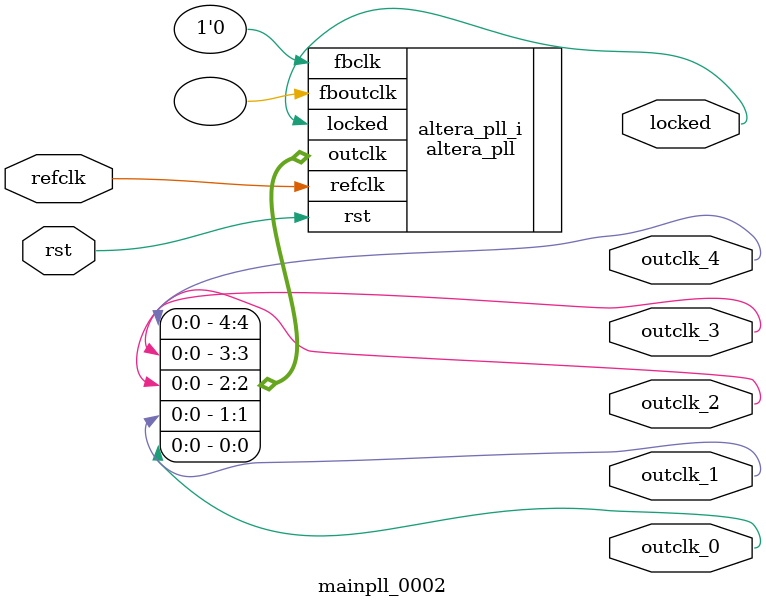
<source format=v>
`timescale 1ns/10ps
module  mainpll_0002(

	// interface 'refclk'
	input wire refclk,

	// interface 'reset'
	input wire rst,

	// interface 'outclk0'
	output wire outclk_0,

	// interface 'outclk1'
	output wire outclk_1,

	// interface 'outclk2'
	output wire outclk_2,

	// interface 'outclk3'
	output wire outclk_3,

	// interface 'outclk4'
	output wire outclk_4,

	// interface 'locked'
	output wire locked
);

	altera_pll #(
		.fractional_vco_multiplier("false"),
		.reference_clock_frequency("50.0 MHz"),
		.operation_mode("direct"),
		.number_of_clocks(5),
		.output_clock_frequency0("100.000000 MHz"),
		.phase_shift0("0 ps"),
		.duty_cycle0(50),
		.output_clock_frequency1("100.000000 MHz"),
		.phase_shift1("5000 ps"),
		.duty_cycle1(50),
		.output_clock_frequency2("100.000000 MHz"),
		.phase_shift2("0 ps"),
		.duty_cycle2(50),
		.output_clock_frequency3("25.000000 MHz"),
		.phase_shift3("0 ps"),
		.duty_cycle3(50),
		.output_clock_frequency4("125.000000 MHz"),
		.phase_shift4("0 ps"),
		.duty_cycle4(50),
		.output_clock_frequency5("0 MHz"),
		.phase_shift5("0 ps"),
		.duty_cycle5(50),
		.output_clock_frequency6("0 MHz"),
		.phase_shift6("0 ps"),
		.duty_cycle6(50),
		.output_clock_frequency7("0 MHz"),
		.phase_shift7("0 ps"),
		.duty_cycle7(50),
		.output_clock_frequency8("0 MHz"),
		.phase_shift8("0 ps"),
		.duty_cycle8(50),
		.output_clock_frequency9("0 MHz"),
		.phase_shift9("0 ps"),
		.duty_cycle9(50),
		.output_clock_frequency10("0 MHz"),
		.phase_shift10("0 ps"),
		.duty_cycle10(50),
		.output_clock_frequency11("0 MHz"),
		.phase_shift11("0 ps"),
		.duty_cycle11(50),
		.output_clock_frequency12("0 MHz"),
		.phase_shift12("0 ps"),
		.duty_cycle12(50),
		.output_clock_frequency13("0 MHz"),
		.phase_shift13("0 ps"),
		.duty_cycle13(50),
		.output_clock_frequency14("0 MHz"),
		.phase_shift14("0 ps"),
		.duty_cycle14(50),
		.output_clock_frequency15("0 MHz"),
		.phase_shift15("0 ps"),
		.duty_cycle15(50),
		.output_clock_frequency16("0 MHz"),
		.phase_shift16("0 ps"),
		.duty_cycle16(50),
		.output_clock_frequency17("0 MHz"),
		.phase_shift17("0 ps"),
		.duty_cycle17(50),
		.pll_type("General"),
		.pll_subtype("General")
	) altera_pll_i (
		.rst	(rst),
		.outclk	({outclk_4, outclk_3, outclk_2, outclk_1, outclk_0}),
		.locked	(locked),
		.fboutclk	( ),
		.fbclk	(1'b0),
		.refclk	(refclk)
	);
endmodule


</source>
